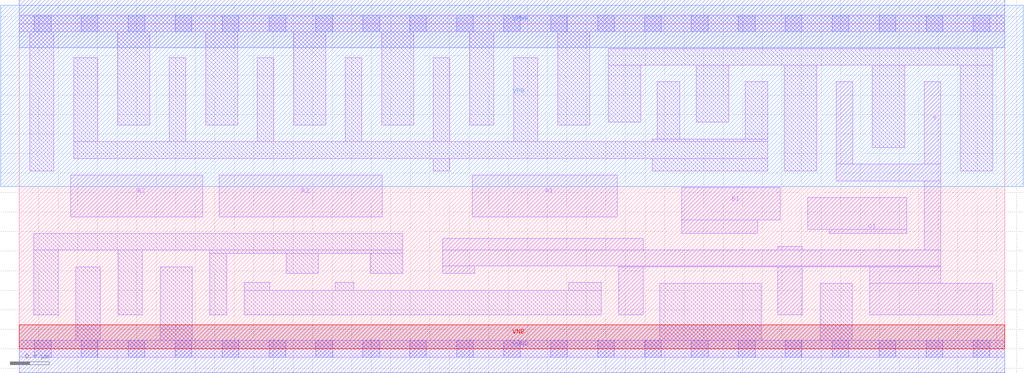
<source format=lef>
# Copyright 2020 The SkyWater PDK Authors
#
# Licensed under the Apache License, Version 2.0 (the "License");
# you may not use this file except in compliance with the License.
# You may obtain a copy of the License at
#
#     https://www.apache.org/licenses/LICENSE-2.0
#
# Unless required by applicable law or agreed to in writing, software
# distributed under the License is distributed on an "AS IS" BASIS,
# WITHOUT WARRANTIES OR CONDITIONS OF ANY KIND, either express or implied.
# See the License for the specific language governing permissions and
# limitations under the License.
#
# SPDX-License-Identifier: Apache-2.0

VERSION 5.7 ;
  NOWIREEXTENSIONATPIN ON ;
  DIVIDERCHAR "/" ;
  BUSBITCHARS "[]" ;
MACRO sky130_fd_sc_ms__a311oi_4
  CLASS CORE ;
  FOREIGN sky130_fd_sc_ms__a311oi_4 ;
  ORIGIN  0.000000  0.000000 ;
  SIZE  10.08000 BY  3.330000 ;
  SYMMETRY X Y ;
  SITE unit ;
  PIN A1
    ANTENNAGATEAREA  1.250400 ;
    DIRECTION INPUT ;
    USE SIGNAL ;
    PORT
      LAYER li1 ;
        RECT 4.635000 1.350000 6.115000 1.780000 ;
    END
  END A1
  PIN A2
    ANTENNAGATEAREA  1.250400 ;
    DIRECTION INPUT ;
    USE SIGNAL ;
    PORT
      LAYER li1 ;
        RECT 2.045000 1.350000 3.715000 1.780000 ;
    END
  END A2
  PIN A3
    ANTENNAGATEAREA  1.250400 ;
    DIRECTION INPUT ;
    USE SIGNAL ;
    PORT
      LAYER li1 ;
        RECT 0.525000 1.350000 1.875000 1.780000 ;
    END
  END A3
  PIN B1
    ANTENNAGATEAREA  1.028400 ;
    DIRECTION INPUT ;
    USE SIGNAL ;
    PORT
      LAYER li1 ;
        RECT 6.775000 1.180000 7.555000 1.320000 ;
        RECT 6.775000 1.320000 7.785000 1.650000 ;
    END
  END B1
  PIN C1
    ANTENNAGATEAREA  1.028400 ;
    DIRECTION INPUT ;
    USE SIGNAL ;
    PORT
      LAYER li1 ;
        RECT 8.065000 1.220000 9.075000 1.550000 ;
        RECT 8.285000 1.180000 9.075000 1.220000 ;
    END
  END C1
  PIN Y
    ANTENNADIFFAREA  1.633400 ;
    DIRECTION OUTPUT ;
    USE SIGNAL ;
    PORT
      LAYER li1 ;
        RECT 4.330000 0.770000 4.660000 0.850000 ;
        RECT 4.330000 0.850000 9.425000 1.010000 ;
        RECT 4.330000 1.010000 6.380000 1.130000 ;
        RECT 6.130000 0.350000 6.380000 0.840000 ;
        RECT 6.130000 0.840000 9.425000 0.850000 ;
        RECT 7.760000 0.350000 8.010000 0.840000 ;
        RECT 7.760000 1.010000 8.010000 1.050000 ;
        RECT 8.355000 1.720000 9.425000 1.890000 ;
        RECT 8.355000 1.890000 8.525000 2.735000 ;
        RECT 8.700000 0.350000 9.955000 0.670000 ;
        RECT 8.700000 0.670000 9.425000 0.840000 ;
        RECT 9.255000 1.010000 9.425000 1.720000 ;
        RECT 9.255000 1.890000 9.425000 2.735000 ;
    END
  END Y
  PIN VGND
    DIRECTION INOUT ;
    USE GROUND ;
    PORT
      LAYER met1 ;
        RECT 0.000000 -0.245000 10.080000 0.245000 ;
    END
  END VGND
  PIN VNB
    DIRECTION INOUT ;
    USE GROUND ;
    PORT
      LAYER pwell ;
        RECT 0.000000 0.000000 10.080000 0.245000 ;
    END
  END VNB
  PIN VPB
    DIRECTION INOUT ;
    USE POWER ;
    PORT
      LAYER nwell ;
        RECT -0.190000 1.660000 10.270000 3.520000 ;
    END
  END VPB
  PIN VPWR
    DIRECTION INOUT ;
    USE POWER ;
    PORT
      LAYER met1 ;
        RECT 0.000000 3.085000 10.080000 3.575000 ;
    END
  END VPWR
  OBS
    LAYER li1 ;
      RECT 0.000000 -0.085000 10.080000 0.085000 ;
      RECT 0.000000  3.245000 10.080000 3.415000 ;
      RECT 0.105000  1.820000  0.355000 3.245000 ;
      RECT 0.150000  0.350000  0.400000 1.010000 ;
      RECT 0.150000  1.010000  3.920000 1.180000 ;
      RECT 0.555000  1.950000  7.655000 2.120000 ;
      RECT 0.555000  2.120000  0.805000 2.980000 ;
      RECT 0.580000  0.085000  0.830000 0.840000 ;
      RECT 1.005000  2.290000  1.335000 3.245000 ;
      RECT 1.010000  0.350000  1.260000 1.010000 ;
      RECT 1.440000  0.085000  1.770000 0.840000 ;
      RECT 1.535000  2.120000  1.705000 2.980000 ;
      RECT 1.905000  2.290000  2.235000 3.245000 ;
      RECT 1.950000  0.350000  2.120000 0.975000 ;
      RECT 1.950000  0.975000  3.920000 1.010000 ;
      RECT 2.300000  0.350000  5.950000 0.600000 ;
      RECT 2.300000  0.600000  2.560000 0.680000 ;
      RECT 2.435000  2.120000  2.605000 2.980000 ;
      RECT 2.730000  0.770000  3.060000 0.975000 ;
      RECT 2.805000  2.290000  3.135000 3.245000 ;
      RECT 3.230000  0.600000  3.420000 0.680000 ;
      RECT 3.335000  2.120000  3.505000 2.980000 ;
      RECT 3.590000  0.770000  3.920000 0.975000 ;
      RECT 3.705000  2.290000  4.035000 3.245000 ;
      RECT 4.235000  1.820000  4.405000 1.950000 ;
      RECT 4.235000  2.120000  4.405000 2.980000 ;
      RECT 4.605000  2.290000  4.855000 3.245000 ;
      RECT 5.055000  2.120000  5.305000 2.980000 ;
      RECT 5.505000  2.290000  5.835000 3.245000 ;
      RECT 5.620000  0.600000  5.950000 0.680000 ;
      RECT 6.025000  2.320000  6.355000 2.905000 ;
      RECT 6.025000  2.905000  9.955000 3.075000 ;
      RECT 6.475000  1.820000  7.655000 1.950000 ;
      RECT 6.475000  2.120000  7.655000 2.150000 ;
      RECT 6.525000  2.150000  6.755000 2.735000 ;
      RECT 6.550000  0.085000  7.590000 0.670000 ;
      RECT 6.925000  2.320000  7.255000 2.905000 ;
      RECT 7.425000  2.150000  7.655000 2.735000 ;
      RECT 7.825000  1.820000  8.155000 2.905000 ;
      RECT 8.190000  0.085000  8.520000 0.670000 ;
      RECT 8.725000  2.060000  9.055000 2.905000 ;
      RECT 9.625000  1.820000  9.955000 2.905000 ;
    LAYER mcon ;
      RECT 0.155000 -0.085000 0.325000 0.085000 ;
      RECT 0.155000  3.245000 0.325000 3.415000 ;
      RECT 0.635000 -0.085000 0.805000 0.085000 ;
      RECT 0.635000  3.245000 0.805000 3.415000 ;
      RECT 1.115000 -0.085000 1.285000 0.085000 ;
      RECT 1.115000  3.245000 1.285000 3.415000 ;
      RECT 1.595000 -0.085000 1.765000 0.085000 ;
      RECT 1.595000  3.245000 1.765000 3.415000 ;
      RECT 2.075000 -0.085000 2.245000 0.085000 ;
      RECT 2.075000  3.245000 2.245000 3.415000 ;
      RECT 2.555000 -0.085000 2.725000 0.085000 ;
      RECT 2.555000  3.245000 2.725000 3.415000 ;
      RECT 3.035000 -0.085000 3.205000 0.085000 ;
      RECT 3.035000  3.245000 3.205000 3.415000 ;
      RECT 3.515000 -0.085000 3.685000 0.085000 ;
      RECT 3.515000  3.245000 3.685000 3.415000 ;
      RECT 3.995000 -0.085000 4.165000 0.085000 ;
      RECT 3.995000  3.245000 4.165000 3.415000 ;
      RECT 4.475000 -0.085000 4.645000 0.085000 ;
      RECT 4.475000  3.245000 4.645000 3.415000 ;
      RECT 4.955000 -0.085000 5.125000 0.085000 ;
      RECT 4.955000  3.245000 5.125000 3.415000 ;
      RECT 5.435000 -0.085000 5.605000 0.085000 ;
      RECT 5.435000  3.245000 5.605000 3.415000 ;
      RECT 5.915000 -0.085000 6.085000 0.085000 ;
      RECT 5.915000  3.245000 6.085000 3.415000 ;
      RECT 6.395000 -0.085000 6.565000 0.085000 ;
      RECT 6.395000  3.245000 6.565000 3.415000 ;
      RECT 6.875000 -0.085000 7.045000 0.085000 ;
      RECT 6.875000  3.245000 7.045000 3.415000 ;
      RECT 7.355000 -0.085000 7.525000 0.085000 ;
      RECT 7.355000  3.245000 7.525000 3.415000 ;
      RECT 7.835000 -0.085000 8.005000 0.085000 ;
      RECT 7.835000  3.245000 8.005000 3.415000 ;
      RECT 8.315000 -0.085000 8.485000 0.085000 ;
      RECT 8.315000  3.245000 8.485000 3.415000 ;
      RECT 8.795000 -0.085000 8.965000 0.085000 ;
      RECT 8.795000  3.245000 8.965000 3.415000 ;
      RECT 9.275000 -0.085000 9.445000 0.085000 ;
      RECT 9.275000  3.245000 9.445000 3.415000 ;
      RECT 9.755000 -0.085000 9.925000 0.085000 ;
      RECT 9.755000  3.245000 9.925000 3.415000 ;
  END
END sky130_fd_sc_ms__a311oi_4
END LIBRARY

</source>
